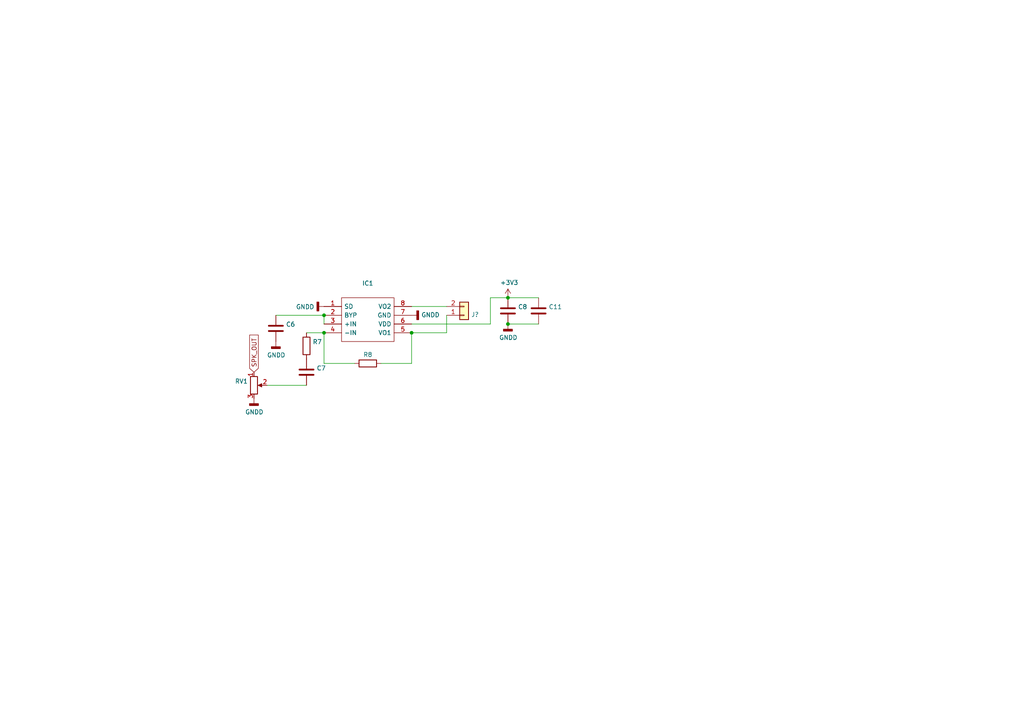
<source format=kicad_sch>
(kicad_sch (version 20211123) (generator eeschema)
  (paper "A4")
  (lib_symbols
    (symbol "Connector_Generic:Conn_01x02" (pin_names (offset 1.016) hide)
      (property "Reference" "J" (at 0 2.54 0))
      (property "Value" "Conn_01x02" (at 0 -5.08 0))
      (symbol "Conn_01x02_1_1"
        (rectangle (start -1.27 -2.413) (end 0 -2.667) (stroke (width 0.1524)))
        (rectangle (start -1.27 0.127) (end 0 -0.127) (stroke (width 0.1524)))
        (rectangle (start -1.27 1.27) (end 1.27 -3.81) (stroke (width 0.254)) (fill (type background)))
        (pin passive line (at -5.08 0 0) (length 3.81) (name "Pin_1") (number "1"))
        (pin passive line (at -5.08 -2.54 0) (length 3.81) (name "Pin_2") (number "2"))
      )
    )
    (symbol "Device:C" (pin_numbers hide) (pin_names (offset 0.254))
      (property "Reference" "C" (at 0.635 2.54 0))
      (property "Value" "C" (at 0.635 -2.54 0))
      (symbol "C_0_1"
        (polyline (pts (xy -2.032 -0.762) (xy 2.032 -0.762)) (stroke (width 0.508)))
        (polyline (pts (xy -2.032 0.762) (xy 2.032 0.762)) (stroke (width 0.508)))
      )
      (symbol "C_1_1"
        (pin passive line (at 0 3.81 270) (length 2.794) (name "~") (number "1"))
        (pin passive line (at 0 -3.81 90) (length 2.794) (name "~") (number "2"))
      )
    )
    (symbol "Device:R" (pin_numbers hide) (pin_names (offset 0))
      (property "Reference" "R" (at 2.032 0 90))
      (property "Value" "R" (at 0 0 90))
      (symbol "R_0_1"
        (rectangle (start -1.016 -2.54) (end 1.016 2.54) (stroke (width 0.254)))
      )
      (symbol "R_1_1"
        (pin passive line (at 0 3.81 270) (length 1.27) (name "~") (number "1"))
        (pin passive line (at 0 -3.81 90) (length 1.27) (name "~") (number "2"))
      )
    )
    (symbol "power:GNDD" (power) (pin_names (offset 0))
      (property "Value" "GNDD" (at 0 -3.175 0))
      (symbol "GNDD_0_1"
        (rectangle (start -1.27 -1.524) (end 1.27 -2.032) (stroke (width 0.254)) (fill (type outline)))
        (polyline (pts (xy 0 0) (xy 0 -1.524)))
      )
      (symbol "GNDD_1_1"
        (pin power_in line (at 0 0 270) (length 0) hide (name "GNDD") (number "1"))
      )
    )
    (symbol "sensactUp2-rescue:+3.3V-power" (power) (pin_names (offset 0))
      (property "Value" "+3.3V-power" (at 0 3.556 0))
      (symbol "+3.3V-power_0_1"
        (polyline (pts (xy -0.762 1.27) (xy 0 2.54)))
        (polyline (pts (xy 0 0) (xy 0 2.54)))
        (polyline (pts (xy 0 2.54) (xy 0.762 1.27)))
      )
      (symbol "+3.3V-power_1_1"
        (pin power_in line (at 0 0 90) (length 0) hide (name "+3V3") (number "1"))
      )
    )
    (symbol "sensactUp2-rescue:MD8002A-liebler_SEMICONDUCTORS" (pin_names (offset 0.762))
      (property "Reference" "IC" (at 21.59 7.62 0))
      (property "Value" "MD8002A-liebler_SEMICONDUCTORS" (at 21.59 5.08 0))
      (symbol "MD8002A-liebler_SEMICONDUCTORS_0_0"
        (pin unspecified line (at 0 0 0) (length 5.08) (name "SD") (number "1"))
        (pin unspecified line (at 0 -2.54 0) (length 5.08) (name "BYP") (number "2"))
        (pin unspecified line (at 0 -5.08 0) (length 5.08) (name "+IN") (number "3"))
        (pin unspecified line (at 0 -7.62 0) (length 5.08) (name "-IN") (number "4"))
        (pin unspecified line (at 25.4 -7.62 180) (length 5.08) (name "VO1") (number "5"))
        (pin unspecified line (at 25.4 -5.08 180) (length 5.08) (name "VDD") (number "6"))
        (pin unspecified line (at 25.4 -2.54 180) (length 5.08) (name "GND") (number "7"))
        (pin unspecified line (at 25.4 0 180) (length 5.08) (name "VO2") (number "8"))
      )
      (symbol "MD8002A-liebler_SEMICONDUCTORS_0_1"
        (polyline (pts (xy 5.08 2.54) (xy 20.32 2.54) (xy 20.32 -10.16) (xy 5.08 -10.16) (xy 5.08 2.54)) (stroke (width 0.1524)))
      )
    )
    (symbol "sensactUp2-rescue:R_POT-Device" (pin_names (offset 1.016) hide)
      (property "Reference" "RV" (at -4.445 0 90))
      (property "Value" "R_POT-Device" (at -2.54 0 90))
      (symbol "R_POT-Device_0_1"
        (polyline (pts (xy 2.54 0) (xy 1.524 0)))
        (polyline (pts (xy 1.143 0) (xy 2.286 0.508) (xy 2.286 -0.508) (xy 1.143 0)) (fill (type outline)))
        (rectangle (start 1.016 2.54) (end -1.016 -2.54) (stroke (width 0.254)))
      )
      (symbol "R_POT-Device_1_1"
        (pin passive line (at 0 3.81 270) (length 1.27) (name "1") (number "1"))
        (pin passive line (at 3.81 0 180) (length 1.27) (name "2") (number "2"))
        (pin passive line (at 0 -3.81 90) (length 1.27) (name "3") (number "3"))
      )
    )
  )
  (junction (at 119.38 96.52))
  (junction (at 93.98 91.44))
  (junction (at 147.32 86.36))
  (junction (at 147.32 93.98))
  (junction (at 93.98 96.52))
  (wire (pts (xy 119.38 88.9) (xy 129.54 88.9)))
  (wire (pts (xy 156.21 86.36) (xy 147.32 86.36)))
  (wire (pts (xy 93.98 105.41) (xy 102.87 105.41)))
  (wire (pts (xy 119.38 105.41) (xy 110.49 105.41)))
  (wire (pts (xy 119.38 96.52) (xy 129.54 96.52)))
  (wire (pts (xy 156.21 93.98) (xy 147.32 93.98)))
  (wire (pts (xy 142.24 86.36) (xy 142.24 93.98)))
  (wire (pts (xy 93.98 96.52) (xy 88.9 96.52)))
  (wire (pts (xy 93.98 93.98) (xy 93.98 91.44)))
  (wire (pts (xy 147.32 86.36) (xy 142.24 86.36)))
  (wire (pts (xy 129.54 91.44) (xy 129.54 96.52)))
  (wire (pts (xy 80.01 91.44) (xy 93.98 91.44)))
  (wire (pts (xy 93.98 96.52) (xy 93.98 105.41)))
  (wire (pts (xy 77.47 111.76) (xy 88.9 111.76)))
  (wire (pts (xy 142.24 93.98) (xy 119.38 93.98)))
  (wire (pts (xy 119.38 96.52) (xy 119.38 105.41)))
  (global_label "SPK_OUT" (shape input) (at 73.66 107.95 90) (property "Intersheet References" "${INTERSHEET_REFS}" (effects hide)))
  (symbol (lib_id "Connector_Generic:Conn_01x02") (at 134.62 91.44 0) (mirror x) (unit 1)
    (property "Reference" "J?" (at 136.652 91.2368 0) (effects (justify left)))
  )
  (symbol (lib_id "Device:C") (at 147.32 90.17 0) (unit 1)
    (property "Reference" "C8" (at 150.241 89.0016 0) (effects (justify left)))
  )
  (symbol (lib_id "sensactUp2-rescue:MD8002A-liebler_SEMICONDUCTORS") (at 93.98 88.9 0) (unit 1)
    (property "Reference" "IC1" (at 106.68 82.169 0))
    (property "Datasheet" "https://www.sunrom.com/get/408862" (effects hide))
    (property "Description" "Audio Amplifier, SOP8" (effects hide))
    (property "Height" "1.75" (effects hide))
    (property "Manufacturer_Name" "Sunrom" (effects hide))
    (property "Manufacturer_Part_Number" "MD8002A" (effects hide))
  )
  (symbol (lib_id "Device:C") (at 80.01 95.25 0) (unit 1)
    (property "Reference" "C6" (at 82.931 94.0816 0) (effects (justify left)))
  )
  (symbol (lib_id "Device:C") (at 156.21 90.17 0) (unit 1)
    (property "Reference" "C11" (at 159.131 89.0016 0) (effects (justify left)))
  )
  (symbol (lib_id "Device:C") (at 88.9 107.95 0) (unit 1)
    (property "Reference" "C7" (at 91.821 106.7816 0) (effects (justify left)))
  )
  (symbol (lib_id "Device:R") (at 88.9 100.33 0) (unit 1)
    (property "Reference" "R7" (at 90.678 99.1616 0) (effects (justify left)))
  )
  (symbol (lib_id "sensactUp2-rescue:R_POT-Device") (at 73.66 111.76 0) (unit 1)
    (property "Reference" "RV1" (at 71.9074 110.5916 0) (effects (justify right)))
  )
  (symbol (lib_id "Device:R") (at 106.68 105.41 270) (unit 1)
    (property "Reference" "R8" (at 106.68 102.87 90))
  )
  (symbol (lib_id "power:GNDD") (at 147.32 93.98 0) (unit 1)
    (property "Reference" "#PWR0109" (effects hide))
  )
  (symbol (lib_id "power:GNDD") (at 93.98 88.9 270) (unit 1)
    (property "Reference" "#PWR0112" (effects hide))
  )
  (symbol (lib_id "power:GNDD") (at 73.66 115.57 0) (unit 1)
    (property "Reference" "#PWR0113" (effects hide))
  )
  (symbol (lib_id "power:GNDD") (at 80.01 99.06 0) (unit 1)
    (property "Reference" "#PWR0111" (effects hide))
  )
  (symbol (lib_id "power:GNDD") (at 119.38 91.44 90) (unit 1)
    (property "Reference" "#PWR0110" (effects hide))
  )
  (symbol (lib_id "sensactUp2-rescue:+3.3V-power") (at 147.32 86.36 0) (unit 1)
    (property "Reference" "#PWR0114" (effects hide))
  )
)
</source>
